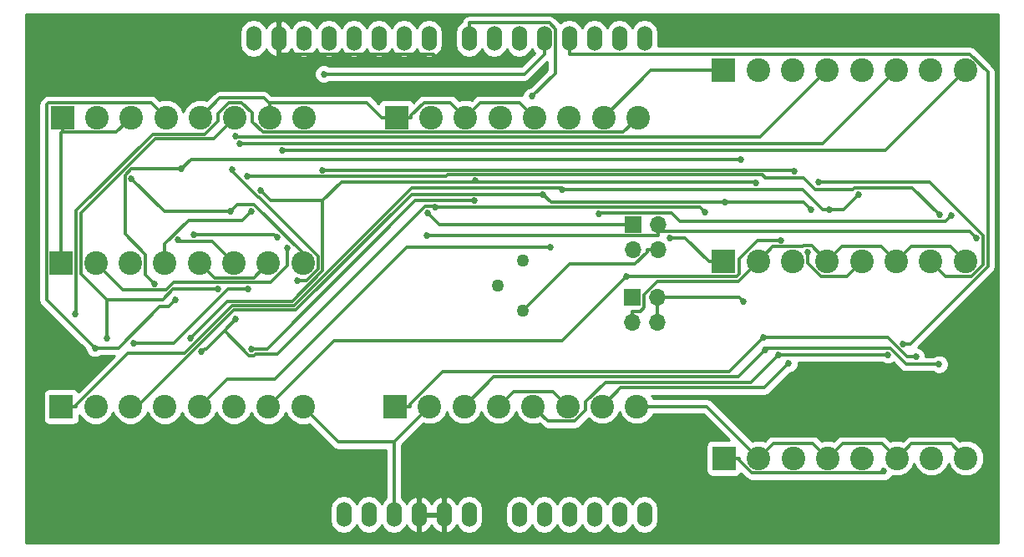
<source format=gbr>
G04 #@! TF.FileFunction,Copper,L1,Top,Signal*
%FSLAX46Y46*%
G04 Gerber Fmt 4.6, Leading zero omitted, Abs format (unit mm)*
G04 Created by KiCad (PCBNEW 4.0.6) date Tue Oct  9 15:10:24 2018*
%MOMM*%
%LPD*%
G01*
G04 APERTURE LIST*
%ADD10C,0.100000*%
%ADD11O,1.524000X2.540000*%
%ADD12C,2.400000*%
%ADD13R,2.400000X2.400000*%
%ADD14R,1.700000X1.700000*%
%ADD15O,1.700000X1.700000*%
%ADD16C,1.260000*%
%ADD17C,0.685800*%
%ADD18C,0.300000*%
%ADD19C,0.254000*%
G04 APERTURE END LIST*
D10*
D11*
X163830000Y-125560000D03*
X161290000Y-125560000D03*
X158750000Y-125560000D03*
X151130000Y-125560000D03*
X153670000Y-125560000D03*
X156210000Y-125560000D03*
X146050000Y-125560000D03*
X143510000Y-125560000D03*
X140970000Y-125560000D03*
X135890000Y-125560000D03*
X133350000Y-125560000D03*
X163830000Y-77300000D03*
X161290000Y-77300000D03*
X158750000Y-77300000D03*
X156210000Y-77300000D03*
X153670000Y-77300000D03*
X151130000Y-77300000D03*
X148590000Y-77300000D03*
X146050000Y-77300000D03*
X141986000Y-77300000D03*
X139446000Y-77300000D03*
X136906000Y-77300000D03*
X134366000Y-77300000D03*
X131826000Y-77300000D03*
X129286000Y-77300000D03*
X126746000Y-77300000D03*
X124206000Y-77300000D03*
X138430000Y-125560000D03*
D12*
X145540000Y-114600000D03*
X142040000Y-114600000D03*
X149040000Y-114600000D03*
X152540000Y-114600000D03*
X156040000Y-114600000D03*
X159540000Y-114600000D03*
D13*
X138540000Y-114600000D03*
D12*
X163040000Y-114600000D03*
X178890000Y-119860000D03*
X175390000Y-119860000D03*
X182390000Y-119860000D03*
X185890000Y-119860000D03*
X189390000Y-119860000D03*
X192890000Y-119860000D03*
D13*
X171890000Y-119860000D03*
D12*
X196390000Y-119860000D03*
X145670000Y-85310000D03*
X142170000Y-85310000D03*
X149170000Y-85310000D03*
X152670000Y-85310000D03*
X156170000Y-85310000D03*
X159670000Y-85310000D03*
D13*
X138670000Y-85310000D03*
D12*
X163170000Y-85310000D03*
X111800000Y-85310000D03*
X108300000Y-85310000D03*
X115300000Y-85310000D03*
X118800000Y-85310000D03*
X122300000Y-85310000D03*
X125800000Y-85310000D03*
D13*
X104800000Y-85310000D03*
D12*
X129300000Y-85310000D03*
X178840000Y-80540000D03*
X175340000Y-80540000D03*
X182340000Y-80540000D03*
X185840000Y-80540000D03*
X189340000Y-80540000D03*
X192840000Y-80540000D03*
D13*
X171840000Y-80540000D03*
D12*
X196340000Y-80540000D03*
X111710000Y-100060000D03*
X108210000Y-100060000D03*
X115210000Y-100060000D03*
X118710000Y-100060000D03*
X122210000Y-100060000D03*
X125710000Y-100060000D03*
D13*
X104710000Y-100060000D03*
D12*
X129210000Y-100060000D03*
X111710000Y-114640000D03*
X108210000Y-114640000D03*
X115210000Y-114640000D03*
X118710000Y-114640000D03*
X122210000Y-114640000D03*
X125710000Y-114640000D03*
D13*
X104710000Y-114640000D03*
D12*
X129210000Y-114640000D03*
X178840000Y-99920000D03*
X175340000Y-99920000D03*
X182340000Y-99920000D03*
X185840000Y-99920000D03*
X189340000Y-99920000D03*
X192840000Y-99920000D03*
D13*
X171840000Y-99920000D03*
D12*
X196340000Y-99920000D03*
D14*
X162620000Y-103560000D03*
D15*
X165160000Y-103560000D03*
X162620000Y-106100000D03*
X165160000Y-106100000D03*
D14*
X162700000Y-96160000D03*
D15*
X165240000Y-96160000D03*
X162700000Y-98700000D03*
X165240000Y-98700000D03*
D16*
X151500000Y-99850000D03*
X148960000Y-102390000D03*
X151500000Y-104930000D03*
D17*
X142886300Y-79330300D03*
X149426700Y-79752400D03*
X118170800Y-97194800D03*
X126567800Y-97483600D03*
X152423200Y-83179700D03*
X116906100Y-90524000D03*
X173828200Y-103958400D03*
X114168200Y-102145200D03*
X173580300Y-89533300D03*
X141831600Y-94986700D03*
X141737100Y-97312700D03*
X197475500Y-97549600D03*
X188100700Y-121183600D03*
X193672000Y-110328900D03*
X176011900Y-108877100D03*
X177371100Y-109359200D03*
X188454400Y-109359200D03*
X178428900Y-110266900D03*
X175916700Y-107611400D03*
X191348300Y-109560300D03*
X153509800Y-93088200D03*
X172017000Y-93920900D03*
X180668300Y-94639400D03*
X154254800Y-98451600D03*
X177626700Y-97771400D03*
X162011400Y-101442800D03*
X155490900Y-92635500D03*
X185525600Y-93093600D03*
X182542900Y-94632700D03*
X180342800Y-98985100D03*
X181507000Y-91899800D03*
X166392800Y-97532000D03*
X127620200Y-98582100D03*
X123994400Y-94783300D03*
X116553900Y-97721200D03*
X121820600Y-94828600D03*
X111818200Y-91503500D03*
X122395200Y-87164200D03*
X122829900Y-87960100D03*
X127114300Y-88614300D03*
X123994200Y-108784900D03*
X146597300Y-93750600D03*
X106119900Y-105236000D03*
X108106300Y-108699700D03*
X116252400Y-103826100D03*
X109370700Y-107679100D03*
X120596100Y-102727700D03*
X112035200Y-108195700D03*
X123655000Y-102705800D03*
X142635000Y-94412800D03*
X118912300Y-109080900D03*
X169920000Y-94906500D03*
X122404900Y-105764900D03*
X117797100Y-107677000D03*
X146660600Y-91730000D03*
X124898300Y-92714000D03*
X175135700Y-91933300D03*
X190051900Y-108286000D03*
X131302200Y-80895100D03*
X131163900Y-90631700D03*
X179032300Y-90731000D03*
X128659500Y-101823300D03*
X122066000Y-90584900D03*
X159180700Y-95115100D03*
X194903200Y-95280600D03*
X123542800Y-91281800D03*
X193766600Y-95198800D03*
D18*
X142428700Y-78872700D02*
X142886300Y-79330300D01*
X126746000Y-78872700D02*
X142428700Y-78872700D01*
X126746000Y-77300000D02*
X126746000Y-78872700D01*
X149004600Y-79330300D02*
X149426700Y-79752400D01*
X142886300Y-79330300D02*
X149004600Y-79330300D01*
X126279000Y-97194800D02*
X126567800Y-97483600D01*
X118170800Y-97194800D02*
X126279000Y-97194800D01*
X146050000Y-77300000D02*
X146050000Y-75727300D01*
X154173400Y-75727300D02*
X146050000Y-75727300D01*
X154772200Y-76326100D02*
X154173400Y-75727300D01*
X154772200Y-80830700D02*
X154772200Y-76326100D01*
X152423200Y-83179700D02*
X154772200Y-80830700D01*
X165160000Y-106100000D02*
X165160000Y-104947300D01*
X165160000Y-103560000D02*
X165160000Y-104947300D01*
X173429800Y-103560000D02*
X173828200Y-103958400D01*
X165160000Y-103560000D02*
X173429800Y-103560000D01*
X111822600Y-90524000D02*
X116906100Y-90524000D01*
X111153000Y-91193600D02*
X111822600Y-90524000D01*
X111153000Y-97114600D02*
X111153000Y-91193600D01*
X113264600Y-99226200D02*
X111153000Y-97114600D01*
X113264600Y-101241600D02*
X113264600Y-99226200D01*
X114168200Y-102145200D02*
X113264600Y-101241600D01*
X117896800Y-89533300D02*
X173580300Y-89533300D01*
X116906100Y-90524000D02*
X117896800Y-89533300D01*
X138670000Y-85310000D02*
X140172700Y-85310000D01*
X144165000Y-83805000D02*
X145670000Y-85310000D01*
X141489900Y-83805000D02*
X144165000Y-83805000D01*
X140172700Y-85122200D02*
X141489900Y-83805000D01*
X140172700Y-85310000D02*
X140172700Y-85122200D01*
X138670000Y-85310000D02*
X137167300Y-85310000D01*
X125800000Y-85310000D02*
X125800000Y-83921700D01*
X135664600Y-83807300D02*
X137167300Y-85310000D01*
X125914400Y-83807300D02*
X135664600Y-83807300D01*
X125800000Y-83921700D02*
X125914400Y-83807300D01*
X147172800Y-83807200D02*
X145670000Y-85310000D01*
X151167200Y-83807200D02*
X147172800Y-83807200D01*
X152670000Y-85310000D02*
X151167200Y-83807200D01*
X190845200Y-98414800D02*
X189340000Y-99920000D01*
X194834800Y-98414800D02*
X190845200Y-98414800D01*
X196340000Y-99920000D02*
X194834800Y-98414800D01*
X190892800Y-118357200D02*
X189390000Y-119860000D01*
X194887200Y-118357200D02*
X190892800Y-118357200D01*
X196390000Y-119860000D02*
X194887200Y-118357200D01*
X183892800Y-118357200D02*
X182390000Y-119860000D01*
X187887200Y-118357200D02*
X183892800Y-118357200D01*
X189390000Y-119860000D02*
X187887200Y-118357200D01*
X176892800Y-118357200D02*
X175390000Y-119860000D01*
X180887200Y-118357200D02*
X176892800Y-118357200D01*
X182390000Y-119860000D02*
X180887200Y-118357200D01*
X104710000Y-86902700D02*
X104800000Y-86812700D01*
X104710000Y-100060000D02*
X104710000Y-86902700D01*
X104800000Y-85310000D02*
X104800000Y-86812700D01*
X110297300Y-86812700D02*
X104800000Y-86812700D01*
X111800000Y-85310000D02*
X110297300Y-86812700D01*
X132780000Y-118210000D02*
X138430000Y-118210000D01*
X129210000Y-114640000D02*
X132780000Y-118210000D01*
X142040000Y-114600000D02*
X138430000Y-118210000D01*
X138430000Y-118210000D02*
X138430000Y-125560000D01*
X183842800Y-98417200D02*
X182340000Y-99920000D01*
X187837200Y-98417200D02*
X183842800Y-98417200D01*
X189340000Y-99920000D02*
X187837200Y-98417200D01*
X150550500Y-113089500D02*
X149040000Y-114600000D01*
X154529500Y-113089500D02*
X150550500Y-113089500D01*
X156040000Y-114600000D02*
X154529500Y-113089500D01*
X173307600Y-101952400D02*
X175340000Y-99920000D01*
X165108300Y-101952400D02*
X173307600Y-101952400D01*
X163772700Y-103288000D02*
X165108300Y-101952400D01*
X163772700Y-104587100D02*
X163772700Y-103288000D01*
X163412500Y-104947300D02*
X163772700Y-104587100D01*
X162620000Y-104947300D02*
X163412500Y-104947300D01*
X162620000Y-106100000D02*
X162620000Y-104947300D01*
X164440000Y-80540000D02*
X171840000Y-80540000D01*
X159670000Y-85310000D02*
X164440000Y-80540000D01*
X120777600Y-83332400D02*
X118800000Y-85310000D01*
X125210700Y-83332400D02*
X120777600Y-83332400D01*
X125800000Y-83921700D02*
X125210700Y-83332400D01*
X176842800Y-98417200D02*
X175340000Y-99920000D01*
X179817900Y-98417200D02*
X176842800Y-98417200D01*
X179901700Y-98333400D02*
X179817900Y-98417200D01*
X180753400Y-98333400D02*
X179901700Y-98333400D01*
X182340000Y-99920000D02*
X180753400Y-98333400D01*
X170130000Y-114600000D02*
X175390000Y-119860000D01*
X163040000Y-114600000D02*
X170130000Y-114600000D01*
X124194300Y-101575700D02*
X125710000Y-100060000D01*
X120225700Y-101575700D02*
X124194300Y-101575700D01*
X118710000Y-100060000D02*
X120225700Y-101575700D01*
X162700000Y-96160000D02*
X161547300Y-96160000D01*
X143004900Y-96160000D02*
X161547300Y-96160000D01*
X141831600Y-94986700D02*
X143004900Y-96160000D01*
X165240000Y-97312700D02*
X141737100Y-97312700D01*
X165240000Y-96160000D02*
X165240000Y-96859800D01*
X165240000Y-96859800D02*
X165240000Y-97312700D01*
X196785700Y-96859800D02*
X197475500Y-97549600D01*
X165240000Y-96859800D02*
X196785700Y-96859800D01*
X165240000Y-98700000D02*
X164087300Y-98700000D01*
X156244300Y-100185700D02*
X151500000Y-104930000D01*
X162844600Y-100185700D02*
X156244300Y-100185700D01*
X164087300Y-98943000D02*
X162844600Y-100185700D01*
X164087300Y-98700000D02*
X164087300Y-98943000D01*
X171890000Y-119860000D02*
X173392700Y-119860000D01*
X173392700Y-120048000D02*
X173392700Y-119860000D01*
X174707400Y-121362700D02*
X173392700Y-120048000D01*
X187921600Y-121362700D02*
X174707400Y-121362700D01*
X188100700Y-121183600D02*
X187921600Y-121362700D01*
X148571300Y-111568700D02*
X145540000Y-114600000D01*
X173320300Y-111568700D02*
X148571300Y-111568700D01*
X176011900Y-108877100D02*
X173320300Y-111568700D01*
X190344300Y-110328900D02*
X193672000Y-110328900D01*
X188729000Y-108713600D02*
X190344300Y-110328900D01*
X176175400Y-108713600D02*
X188729000Y-108713600D01*
X176011900Y-108877100D02*
X176175400Y-108713600D01*
X154042800Y-116102800D02*
X152540000Y-114600000D01*
X156747400Y-116102800D02*
X154042800Y-116102800D01*
X157845000Y-115005200D02*
X156747400Y-116102800D01*
X157845000Y-114151200D02*
X157845000Y-115005200D01*
X159854700Y-112141500D02*
X157845000Y-114151200D01*
X174588800Y-112141500D02*
X159854700Y-112141500D01*
X177371100Y-109359200D02*
X174588800Y-112141500D01*
X177371100Y-109359200D02*
X188454400Y-109359200D01*
X161427100Y-112712900D02*
X159540000Y-114600000D01*
X175982900Y-112712900D02*
X161427100Y-112712900D01*
X178428900Y-110266900D02*
X175982900Y-112712900D01*
X138540000Y-114600000D02*
X140042700Y-114600000D01*
X172412200Y-111115900D02*
X175916700Y-107611400D01*
X143339000Y-111115900D02*
X172412200Y-111115900D01*
X140042700Y-114412200D02*
X143339000Y-111115900D01*
X140042700Y-114600000D02*
X140042700Y-114412200D01*
X190413200Y-109560300D02*
X191348300Y-109560300D01*
X188464300Y-107611400D02*
X190413200Y-109560300D01*
X175916700Y-107611400D02*
X188464300Y-107611400D01*
X179949800Y-93920900D02*
X180668300Y-94639400D01*
X172017000Y-93920900D02*
X179949800Y-93920900D01*
X154342500Y-93920900D02*
X153509800Y-93088200D01*
X172017000Y-93920900D02*
X154342500Y-93920900D01*
X140227900Y-93088200D02*
X153509800Y-93088200D01*
X128469000Y-104847100D02*
X140227900Y-93088200D01*
X122208700Y-104847100D02*
X128469000Y-104847100D01*
X112415800Y-114640000D02*
X122208700Y-104847100D01*
X111710000Y-114640000D02*
X112415800Y-114640000D01*
X139746700Y-98451600D02*
X154254800Y-98451600D01*
X126335800Y-111862500D02*
X139746700Y-98451600D01*
X121487500Y-111862500D02*
X126335800Y-111862500D01*
X118710000Y-114640000D02*
X121487500Y-111862500D01*
X155473400Y-107980800D02*
X162011400Y-101442800D01*
X132369200Y-107980800D02*
X155473400Y-107980800D01*
X125710000Y-114640000D02*
X132369200Y-107980800D01*
X175314800Y-97771400D02*
X177626700Y-97771400D01*
X173429900Y-99656300D02*
X175314800Y-97771400D01*
X173429900Y-101189800D02*
X173429900Y-99656300D01*
X173176900Y-101442800D02*
X173429900Y-101189800D01*
X162011400Y-101442800D02*
X173176900Y-101442800D01*
X104710000Y-114640000D02*
X106212700Y-114640000D01*
X183986500Y-94632700D02*
X182542900Y-94632700D01*
X185525600Y-93093600D02*
X183986500Y-94632700D01*
X181875900Y-94632700D02*
X182542900Y-94632700D01*
X179878700Y-92635500D02*
X181875900Y-94632700D01*
X155490900Y-92635500D02*
X179878700Y-92635500D01*
X155297900Y-92442500D02*
X155490900Y-92635500D01*
X140233400Y-92442500D02*
X155297900Y-92442500D01*
X128281500Y-104394400D02*
X140233400Y-92442500D01*
X122015000Y-104394400D02*
X128281500Y-104394400D01*
X117166500Y-109242900D02*
X122015000Y-104394400D01*
X111469700Y-109242900D02*
X117166500Y-109242900D01*
X106212700Y-114499900D02*
X111469700Y-109242900D01*
X106212700Y-114640000D02*
X106212700Y-114499900D01*
X184312500Y-101447500D02*
X185840000Y-99920000D01*
X181687500Y-101447500D02*
X184312500Y-101447500D01*
X180342800Y-100102800D02*
X181687500Y-101447500D01*
X180342800Y-98985100D02*
X180342800Y-100102800D01*
X192761300Y-91899800D02*
X181507000Y-91899800D01*
X198178600Y-97317100D02*
X192761300Y-91899800D01*
X198178600Y-100206600D02*
X198178600Y-97317100D01*
X196951000Y-101434200D02*
X198178600Y-100206600D01*
X194354200Y-101434200D02*
X196951000Y-101434200D01*
X192840000Y-99920000D02*
X194354200Y-101434200D01*
X171840000Y-99920000D02*
X170337300Y-99920000D01*
X167949300Y-97532000D02*
X166392800Y-97532000D01*
X170337300Y-99920000D02*
X167949300Y-97532000D01*
X127620200Y-100348800D02*
X127620200Y-98582100D01*
X125940500Y-102028500D02*
X127620200Y-100348800D01*
X116098000Y-102028500D02*
X125940500Y-102028500D01*
X115324500Y-102802000D02*
X116098000Y-102028500D01*
X110952000Y-102802000D02*
X115324500Y-102802000D01*
X108210000Y-100060000D02*
X110952000Y-102802000D01*
X123030100Y-95747600D02*
X123994400Y-94783300D01*
X117585700Y-95747600D02*
X123030100Y-95747600D01*
X115210000Y-98123300D02*
X117585700Y-95747600D01*
X115210000Y-100060000D02*
X115210000Y-98123300D01*
X119990400Y-97840400D02*
X122210000Y-100060000D01*
X116673100Y-97840400D02*
X119990400Y-97840400D01*
X116553900Y-97721200D02*
X116673100Y-97840400D01*
X115143300Y-94828600D02*
X111818200Y-91503500D01*
X121820600Y-94828600D02*
X115143300Y-94828600D01*
X129210000Y-99046800D02*
X129210000Y-100060000D01*
X124266000Y-94102800D02*
X129210000Y-99046800D01*
X122546400Y-94102800D02*
X124266000Y-94102800D01*
X121820600Y-94828600D02*
X122546400Y-94102800D01*
X122536700Y-87305700D02*
X122395200Y-87164200D01*
X175574300Y-87305700D02*
X122536700Y-87305700D01*
X182340000Y-80540000D02*
X175574300Y-87305700D01*
X181919900Y-87960100D02*
X122829900Y-87960100D01*
X189340000Y-80540000D02*
X181919900Y-87960100D01*
X188265700Y-88614300D02*
X196340000Y-80540000D01*
X127114300Y-88614300D02*
X188265700Y-88614300D01*
X140590500Y-93750600D02*
X146597300Y-93750600D01*
X125556200Y-108784900D02*
X140590500Y-93750600D01*
X123994200Y-108784900D02*
X125556200Y-108784900D01*
X106212800Y-105143100D02*
X106119900Y-105236000D01*
X106212800Y-94764000D02*
X106212800Y-105143100D01*
X113954000Y-87022800D02*
X106212800Y-94764000D01*
X119212500Y-87022800D02*
X113954000Y-87022800D01*
X120550000Y-85685300D02*
X119212500Y-87022800D01*
X120550000Y-84901500D02*
X120550000Y-85685300D01*
X121666400Y-83785100D02*
X120550000Y-84901500D01*
X122964000Y-83785100D02*
X121666400Y-83785100D01*
X124050000Y-84871100D02*
X122964000Y-83785100D01*
X124050000Y-85732400D02*
X124050000Y-84871100D01*
X125130400Y-86812800D02*
X124050000Y-85732400D01*
X161667200Y-86812800D02*
X125130400Y-86812800D01*
X163170000Y-85310000D02*
X161667200Y-86812800D01*
X113786800Y-83796800D02*
X115300000Y-85310000D01*
X103414700Y-83796800D02*
X113786800Y-83796800D01*
X103207200Y-84004300D02*
X103414700Y-83796800D01*
X103207200Y-103800600D02*
X103207200Y-84004300D01*
X108106300Y-108699700D02*
X103207200Y-103800600D01*
X115594900Y-104483600D02*
X116252400Y-103826100D01*
X114692700Y-104483600D02*
X115594900Y-104483600D01*
X110476600Y-108699700D02*
X114692700Y-104483600D01*
X108106300Y-108699700D02*
X110476600Y-108699700D01*
X109370700Y-103804700D02*
X109370700Y-107679100D01*
X120134500Y-87475500D02*
X122300000Y-85310000D01*
X114212400Y-87475500D02*
X120134500Y-87475500D01*
X106696100Y-94991800D02*
X114212400Y-87475500D01*
X106696100Y-101130100D02*
X106696100Y-94991800D01*
X109370700Y-103804700D02*
X106696100Y-101130100D01*
X116039000Y-102727700D02*
X120596100Y-102727700D01*
X114962000Y-103804700D02*
X116039000Y-102727700D01*
X109370700Y-103804700D02*
X114962000Y-103804700D01*
X116113200Y-108195700D02*
X112035200Y-108195700D01*
X121603100Y-102705800D02*
X116113200Y-108195700D01*
X123655000Y-102705800D02*
X121603100Y-102705800D01*
X169426300Y-94412800D02*
X169920000Y-94906500D01*
X142635000Y-94412800D02*
X169426300Y-94412800D01*
X142538500Y-94316300D02*
X142635000Y-94412800D01*
X141576700Y-94316300D02*
X142538500Y-94316300D01*
X126623900Y-109269100D02*
X141576700Y-94316300D01*
X124423100Y-109269100D02*
X126623900Y-109269100D01*
X124261700Y-109430500D02*
X124423100Y-109269100D01*
X123726800Y-109430500D02*
X124261700Y-109430500D01*
X121233100Y-106936700D02*
X123726800Y-109430500D01*
X119412500Y-108757300D02*
X121233100Y-106936700D01*
X119235900Y-108757300D02*
X119412500Y-108757300D01*
X118912300Y-109080900D02*
X119235900Y-108757300D01*
X121233100Y-106936700D02*
X122404900Y-105764900D01*
X125921700Y-93737400D02*
X124898300Y-92714000D01*
X131196300Y-93737400D02*
X125921700Y-93737400D01*
X131196300Y-100839500D02*
X131196300Y-93737400D01*
X128094100Y-103941700D02*
X131196300Y-100839500D01*
X121532400Y-103941700D02*
X128094100Y-103941700D01*
X117797100Y-107677000D02*
X121532400Y-103941700D01*
X175056800Y-91854400D02*
X175135700Y-91933300D01*
X146660600Y-91854400D02*
X175056800Y-91854400D01*
X133079300Y-91854400D02*
X146660600Y-91854400D01*
X131196300Y-93737400D02*
X133079300Y-91854400D01*
X146660600Y-91854400D02*
X146660600Y-91730000D01*
X190763400Y-108286000D02*
X190051900Y-108286000D01*
X198643600Y-100405800D02*
X190763400Y-108286000D01*
X198643600Y-80716700D02*
X198643600Y-100405800D01*
X196799600Y-78872700D02*
X198643600Y-80716700D01*
X156210000Y-78872700D02*
X196799600Y-78872700D01*
X156210000Y-77300000D02*
X156210000Y-78872700D01*
X153670000Y-77300000D02*
X153670000Y-78872700D01*
X151647600Y-80895100D02*
X131302200Y-80895100D01*
X153670000Y-78872700D02*
X151647600Y-80895100D01*
X178933000Y-90631700D02*
X131163900Y-90631700D01*
X179032300Y-90731000D02*
X178933000Y-90631700D01*
X129572300Y-101823300D02*
X128659500Y-101823300D01*
X130743600Y-100652000D02*
X129572300Y-101823300D01*
X130743600Y-99381500D02*
X130743600Y-100652000D01*
X124721700Y-93359600D02*
X130743600Y-99381500D01*
X124630900Y-93359600D02*
X124721700Y-93359600D01*
X122066000Y-90794700D02*
X124630900Y-93359600D01*
X122066000Y-90584900D02*
X122066000Y-90794700D01*
X194339400Y-95844400D02*
X194903200Y-95280600D01*
X167385800Y-95844400D02*
X194339400Y-95844400D01*
X166531700Y-94990300D02*
X167385800Y-95844400D01*
X159305500Y-94990300D02*
X166531700Y-94990300D01*
X159180700Y-95115100D02*
X159305500Y-94990300D01*
X143674200Y-91281800D02*
X123542800Y-91281800D01*
X143871600Y-91084400D02*
X143674200Y-91281800D01*
X175761000Y-91084400D02*
X143871600Y-91084400D01*
X176073100Y-91396500D02*
X175761000Y-91084400D01*
X179899600Y-91396500D02*
X176073100Y-91396500D01*
X181101100Y-92598000D02*
X179899600Y-91396500D01*
X184956300Y-92598000D02*
X181101100Y-92598000D01*
X185140400Y-92413900D02*
X184956300Y-92598000D01*
X190981700Y-92413900D02*
X185140400Y-92413900D01*
X193766600Y-95198800D02*
X190981700Y-92413900D01*
D19*
G36*
X199670000Y-128400000D02*
X101090000Y-128400000D01*
X101090000Y-84004300D01*
X102422200Y-84004300D01*
X102422200Y-103800600D01*
X102481955Y-104101007D01*
X102652121Y-104355679D01*
X107128285Y-108831843D01*
X107128231Y-108893363D01*
X107276793Y-109252912D01*
X107551641Y-109528240D01*
X107910930Y-109677430D01*
X108299963Y-109677769D01*
X108659512Y-109529207D01*
X108704097Y-109484700D01*
X110117742Y-109484700D01*
X106467978Y-113134464D01*
X106374090Y-112988559D01*
X106161890Y-112843569D01*
X105910000Y-112792560D01*
X103510000Y-112792560D01*
X103274683Y-112836838D01*
X103058559Y-112975910D01*
X102913569Y-113188110D01*
X102862560Y-113440000D01*
X102862560Y-115840000D01*
X102906838Y-116075317D01*
X103045910Y-116291441D01*
X103258110Y-116436431D01*
X103510000Y-116487440D01*
X105910000Y-116487440D01*
X106145317Y-116443162D01*
X106361441Y-116304090D01*
X106506431Y-116091890D01*
X106557440Y-115840000D01*
X106557440Y-115445712D01*
X106653455Y-115678086D01*
X107169199Y-116194730D01*
X107843395Y-116474681D01*
X108573403Y-116475318D01*
X109248086Y-116196545D01*
X109764730Y-115680801D01*
X109960135Y-115210215D01*
X110153455Y-115678086D01*
X110669199Y-116194730D01*
X111343395Y-116474681D01*
X112073403Y-116475318D01*
X112748086Y-116196545D01*
X113264730Y-115680801D01*
X113460135Y-115210215D01*
X113653455Y-115678086D01*
X114169199Y-116194730D01*
X114843395Y-116474681D01*
X115573403Y-116475318D01*
X116248086Y-116196545D01*
X116764730Y-115680801D01*
X116960135Y-115210215D01*
X117153455Y-115678086D01*
X117669199Y-116194730D01*
X118343395Y-116474681D01*
X119073403Y-116475318D01*
X119748086Y-116196545D01*
X120264730Y-115680801D01*
X120460135Y-115210215D01*
X120653455Y-115678086D01*
X121169199Y-116194730D01*
X121843395Y-116474681D01*
X122573403Y-116475318D01*
X123248086Y-116196545D01*
X123764730Y-115680801D01*
X123960135Y-115210215D01*
X124153455Y-115678086D01*
X124669199Y-116194730D01*
X125343395Y-116474681D01*
X126073403Y-116475318D01*
X126748086Y-116196545D01*
X127264730Y-115680801D01*
X127460135Y-115210215D01*
X127653455Y-115678086D01*
X128169199Y-116194730D01*
X128843395Y-116474681D01*
X129573403Y-116475318D01*
X129829389Y-116369547D01*
X132224921Y-118765079D01*
X132479594Y-118935245D01*
X132780000Y-118995000D01*
X137645000Y-118995000D01*
X137645000Y-123891325D01*
X137442172Y-124026851D01*
X137160000Y-124449150D01*
X136877828Y-124026851D01*
X136424609Y-123724019D01*
X135890000Y-123617679D01*
X135355391Y-123724019D01*
X134902172Y-124026851D01*
X134620000Y-124449150D01*
X134337828Y-124026851D01*
X133884609Y-123724019D01*
X133350000Y-123617679D01*
X132815391Y-123724019D01*
X132362172Y-124026851D01*
X132059340Y-124480070D01*
X131953000Y-125014679D01*
X131953000Y-126105321D01*
X132059340Y-126639930D01*
X132362172Y-127093149D01*
X132815391Y-127395981D01*
X133350000Y-127502321D01*
X133884609Y-127395981D01*
X134337828Y-127093149D01*
X134620000Y-126670850D01*
X134902172Y-127093149D01*
X135355391Y-127395981D01*
X135890000Y-127502321D01*
X136424609Y-127395981D01*
X136877828Y-127093149D01*
X137160000Y-126670850D01*
X137442172Y-127093149D01*
X137895391Y-127395981D01*
X138430000Y-127502321D01*
X138964609Y-127395981D01*
X139417828Y-127093149D01*
X139709330Y-126656887D01*
X139727941Y-126719941D01*
X140071974Y-127145630D01*
X140552723Y-127407260D01*
X140626930Y-127422220D01*
X140843000Y-127299720D01*
X140843000Y-125687000D01*
X141097000Y-125687000D01*
X141097000Y-127299720D01*
X141313070Y-127422220D01*
X141387277Y-127407260D01*
X141868026Y-127145630D01*
X142212059Y-126719941D01*
X142240000Y-126625277D01*
X142267941Y-126719941D01*
X142611974Y-127145630D01*
X143092723Y-127407260D01*
X143166930Y-127422220D01*
X143383000Y-127299720D01*
X143383000Y-125687000D01*
X141097000Y-125687000D01*
X140843000Y-125687000D01*
X140823000Y-125687000D01*
X140823000Y-125433000D01*
X140843000Y-125433000D01*
X140843000Y-123820280D01*
X141097000Y-123820280D01*
X141097000Y-125433000D01*
X143383000Y-125433000D01*
X143383000Y-123820280D01*
X143637000Y-123820280D01*
X143637000Y-125433000D01*
X143657000Y-125433000D01*
X143657000Y-125687000D01*
X143637000Y-125687000D01*
X143637000Y-127299720D01*
X143853070Y-127422220D01*
X143927277Y-127407260D01*
X144408026Y-127145630D01*
X144752059Y-126719941D01*
X144770670Y-126656887D01*
X145062172Y-127093149D01*
X145515391Y-127395981D01*
X146050000Y-127502321D01*
X146584609Y-127395981D01*
X147037828Y-127093149D01*
X147340660Y-126639930D01*
X147447000Y-126105321D01*
X147447000Y-125014679D01*
X149733000Y-125014679D01*
X149733000Y-126105321D01*
X149839340Y-126639930D01*
X150142172Y-127093149D01*
X150595391Y-127395981D01*
X151130000Y-127502321D01*
X151664609Y-127395981D01*
X152117828Y-127093149D01*
X152400000Y-126670850D01*
X152682172Y-127093149D01*
X153135391Y-127395981D01*
X153670000Y-127502321D01*
X154204609Y-127395981D01*
X154657828Y-127093149D01*
X154940000Y-126670850D01*
X155222172Y-127093149D01*
X155675391Y-127395981D01*
X156210000Y-127502321D01*
X156744609Y-127395981D01*
X157197828Y-127093149D01*
X157480000Y-126670850D01*
X157762172Y-127093149D01*
X158215391Y-127395981D01*
X158750000Y-127502321D01*
X159284609Y-127395981D01*
X159737828Y-127093149D01*
X160020000Y-126670850D01*
X160302172Y-127093149D01*
X160755391Y-127395981D01*
X161290000Y-127502321D01*
X161824609Y-127395981D01*
X162277828Y-127093149D01*
X162560000Y-126670850D01*
X162842172Y-127093149D01*
X163295391Y-127395981D01*
X163830000Y-127502321D01*
X164364609Y-127395981D01*
X164817828Y-127093149D01*
X165120660Y-126639930D01*
X165227000Y-126105321D01*
X165227000Y-125014679D01*
X165120660Y-124480070D01*
X164817828Y-124026851D01*
X164364609Y-123724019D01*
X163830000Y-123617679D01*
X163295391Y-123724019D01*
X162842172Y-124026851D01*
X162560000Y-124449150D01*
X162277828Y-124026851D01*
X161824609Y-123724019D01*
X161290000Y-123617679D01*
X160755391Y-123724019D01*
X160302172Y-124026851D01*
X160020000Y-124449150D01*
X159737828Y-124026851D01*
X159284609Y-123724019D01*
X158750000Y-123617679D01*
X158215391Y-123724019D01*
X157762172Y-124026851D01*
X157480000Y-124449150D01*
X157197828Y-124026851D01*
X156744609Y-123724019D01*
X156210000Y-123617679D01*
X155675391Y-123724019D01*
X155222172Y-124026851D01*
X154940000Y-124449150D01*
X154657828Y-124026851D01*
X154204609Y-123724019D01*
X153670000Y-123617679D01*
X153135391Y-123724019D01*
X152682172Y-124026851D01*
X152400000Y-124449150D01*
X152117828Y-124026851D01*
X151664609Y-123724019D01*
X151130000Y-123617679D01*
X150595391Y-123724019D01*
X150142172Y-124026851D01*
X149839340Y-124480070D01*
X149733000Y-125014679D01*
X147447000Y-125014679D01*
X147340660Y-124480070D01*
X147037828Y-124026851D01*
X146584609Y-123724019D01*
X146050000Y-123617679D01*
X145515391Y-123724019D01*
X145062172Y-124026851D01*
X144770670Y-124463113D01*
X144752059Y-124400059D01*
X144408026Y-123974370D01*
X143927277Y-123712740D01*
X143853070Y-123697780D01*
X143637000Y-123820280D01*
X143383000Y-123820280D01*
X143166930Y-123697780D01*
X143092723Y-123712740D01*
X142611974Y-123974370D01*
X142267941Y-124400059D01*
X142240000Y-124494723D01*
X142212059Y-124400059D01*
X141868026Y-123974370D01*
X141387277Y-123712740D01*
X141313070Y-123697780D01*
X141097000Y-123820280D01*
X140843000Y-123820280D01*
X140626930Y-123697780D01*
X140552723Y-123712740D01*
X140071974Y-123974370D01*
X139727941Y-124400059D01*
X139709330Y-124463113D01*
X139417828Y-124026851D01*
X139215000Y-123891325D01*
X139215000Y-118535158D01*
X141420492Y-116329666D01*
X141673395Y-116434681D01*
X142403403Y-116435318D01*
X143078086Y-116156545D01*
X143594730Y-115640801D01*
X143790135Y-115170215D01*
X143983455Y-115638086D01*
X144499199Y-116154730D01*
X145173395Y-116434681D01*
X145903403Y-116435318D01*
X146578086Y-116156545D01*
X147094730Y-115640801D01*
X147290135Y-115170215D01*
X147483455Y-115638086D01*
X147999199Y-116154730D01*
X148673395Y-116434681D01*
X149403403Y-116435318D01*
X150078086Y-116156545D01*
X150594730Y-115640801D01*
X150790135Y-115170215D01*
X150983455Y-115638086D01*
X151499199Y-116154730D01*
X152173395Y-116434681D01*
X152903403Y-116435318D01*
X153159389Y-116329547D01*
X153487721Y-116657879D01*
X153742393Y-116828045D01*
X154042800Y-116887800D01*
X156747400Y-116887800D01*
X157047807Y-116828045D01*
X157302479Y-116657879D01*
X158152716Y-115807642D01*
X158499199Y-116154730D01*
X159173395Y-116434681D01*
X159903403Y-116435318D01*
X160578086Y-116156545D01*
X161094730Y-115640801D01*
X161290135Y-115170215D01*
X161483455Y-115638086D01*
X161999199Y-116154730D01*
X162673395Y-116434681D01*
X163403403Y-116435318D01*
X164078086Y-116156545D01*
X164594730Y-115640801D01*
X164700948Y-115385000D01*
X169804842Y-115385000D01*
X172432402Y-118012560D01*
X170690000Y-118012560D01*
X170454683Y-118056838D01*
X170238559Y-118195910D01*
X170093569Y-118408110D01*
X170042560Y-118660000D01*
X170042560Y-121060000D01*
X170086838Y-121295317D01*
X170225910Y-121511441D01*
X170438110Y-121656431D01*
X170690000Y-121707440D01*
X173090000Y-121707440D01*
X173325317Y-121663162D01*
X173541441Y-121524090D01*
X173629603Y-121395061D01*
X174152321Y-121917779D01*
X174406994Y-122087945D01*
X174707400Y-122147701D01*
X174707405Y-122147700D01*
X187872505Y-122147700D01*
X187905330Y-122161330D01*
X188294363Y-122161669D01*
X188653912Y-122013107D01*
X188929240Y-121738259D01*
X188958521Y-121667743D01*
X189023395Y-121694681D01*
X189753403Y-121695318D01*
X190428086Y-121416545D01*
X190944730Y-120900801D01*
X191140135Y-120430215D01*
X191333455Y-120898086D01*
X191849199Y-121414730D01*
X192523395Y-121694681D01*
X193253403Y-121695318D01*
X193928086Y-121416545D01*
X194444730Y-120900801D01*
X194640135Y-120430215D01*
X194833455Y-120898086D01*
X195349199Y-121414730D01*
X196023395Y-121694681D01*
X196753403Y-121695318D01*
X197428086Y-121416545D01*
X197944730Y-120900801D01*
X198224681Y-120226605D01*
X198225318Y-119496597D01*
X197946545Y-118821914D01*
X197430801Y-118305270D01*
X196756605Y-118025319D01*
X196026597Y-118024682D01*
X195770611Y-118130453D01*
X195442279Y-117802121D01*
X195187607Y-117631955D01*
X194887200Y-117572200D01*
X190892800Y-117572200D01*
X190592393Y-117631955D01*
X190337721Y-117802121D01*
X190009508Y-118130334D01*
X189756605Y-118025319D01*
X189026597Y-118024682D01*
X188770611Y-118130453D01*
X188442279Y-117802121D01*
X188187607Y-117631955D01*
X187887200Y-117572200D01*
X183892800Y-117572200D01*
X183592393Y-117631955D01*
X183337721Y-117802121D01*
X183009508Y-118130334D01*
X182756605Y-118025319D01*
X182026597Y-118024682D01*
X181770611Y-118130453D01*
X181442279Y-117802121D01*
X181187607Y-117631955D01*
X180887200Y-117572200D01*
X176892800Y-117572200D01*
X176592393Y-117631955D01*
X176337721Y-117802121D01*
X176009508Y-118130334D01*
X175756605Y-118025319D01*
X175026597Y-118024682D01*
X174770611Y-118130453D01*
X170685079Y-114044921D01*
X170430407Y-113874755D01*
X170130000Y-113815000D01*
X164701118Y-113815000D01*
X164596545Y-113561914D01*
X164532643Y-113497900D01*
X175982900Y-113497900D01*
X176283307Y-113438145D01*
X176537979Y-113267979D01*
X178561043Y-111244915D01*
X178622563Y-111244969D01*
X178982112Y-111096407D01*
X179257440Y-110821559D01*
X179406630Y-110462270D01*
X179406907Y-110144200D01*
X187856277Y-110144200D01*
X187899741Y-110187740D01*
X188259030Y-110336930D01*
X188648063Y-110337269D01*
X189007612Y-110188707D01*
X189050818Y-110145576D01*
X189789221Y-110883979D01*
X190043893Y-111054145D01*
X190344300Y-111113900D01*
X193073877Y-111113900D01*
X193117341Y-111157440D01*
X193476630Y-111306630D01*
X193865663Y-111306969D01*
X194225212Y-111158407D01*
X194500540Y-110883559D01*
X194649730Y-110524270D01*
X194650069Y-110135237D01*
X194501507Y-109775688D01*
X194226659Y-109500360D01*
X193867370Y-109351170D01*
X193478337Y-109350831D01*
X193118788Y-109499393D01*
X193074203Y-109543900D01*
X192326215Y-109543900D01*
X192326369Y-109366637D01*
X192177807Y-109007088D01*
X191902959Y-108731760D01*
X191567212Y-108592346D01*
X199198679Y-100960879D01*
X199368845Y-100706206D01*
X199428600Y-100405800D01*
X199428600Y-80716700D01*
X199368845Y-80416294D01*
X199198679Y-80161621D01*
X197354679Y-78317621D01*
X197100007Y-78147455D01*
X196799600Y-78087700D01*
X165178788Y-78087700D01*
X165227000Y-77845321D01*
X165227000Y-76754679D01*
X165120660Y-76220070D01*
X164817828Y-75766851D01*
X164364609Y-75464019D01*
X163830000Y-75357679D01*
X163295391Y-75464019D01*
X162842172Y-75766851D01*
X162560000Y-76189150D01*
X162277828Y-75766851D01*
X161824609Y-75464019D01*
X161290000Y-75357679D01*
X160755391Y-75464019D01*
X160302172Y-75766851D01*
X160020000Y-76189150D01*
X159737828Y-75766851D01*
X159284609Y-75464019D01*
X158750000Y-75357679D01*
X158215391Y-75464019D01*
X157762172Y-75766851D01*
X157480000Y-76189150D01*
X157197828Y-75766851D01*
X156744609Y-75464019D01*
X156210000Y-75357679D01*
X155675391Y-75464019D01*
X155282679Y-75726421D01*
X154728479Y-75172221D01*
X154473807Y-75002055D01*
X154173400Y-74942300D01*
X146050000Y-74942300D01*
X145749594Y-75002055D01*
X145494921Y-75172221D01*
X145324755Y-75426894D01*
X145287017Y-75616614D01*
X145062172Y-75766851D01*
X144759340Y-76220070D01*
X144653000Y-76754679D01*
X144653000Y-77845321D01*
X144759340Y-78379930D01*
X145062172Y-78833149D01*
X145515391Y-79135981D01*
X146050000Y-79242321D01*
X146584609Y-79135981D01*
X147037828Y-78833149D01*
X147320000Y-78410850D01*
X147602172Y-78833149D01*
X148055391Y-79135981D01*
X148590000Y-79242321D01*
X149124609Y-79135981D01*
X149577828Y-78833149D01*
X149860000Y-78410850D01*
X150142172Y-78833149D01*
X150595391Y-79135981D01*
X151130000Y-79242321D01*
X151664609Y-79135981D01*
X152117828Y-78833149D01*
X152400000Y-78410850D01*
X152649016Y-78783527D01*
X151322442Y-80110100D01*
X131900323Y-80110100D01*
X131856859Y-80066560D01*
X131497570Y-79917370D01*
X131108537Y-79917031D01*
X130748988Y-80065593D01*
X130473660Y-80340441D01*
X130324470Y-80699730D01*
X130324131Y-81088763D01*
X130472693Y-81448312D01*
X130747541Y-81723640D01*
X131106830Y-81872830D01*
X131495863Y-81873169D01*
X131855412Y-81724607D01*
X131899997Y-81680100D01*
X151647600Y-81680100D01*
X151948007Y-81620345D01*
X152202679Y-81450179D01*
X153987200Y-79665657D01*
X153987200Y-80505542D01*
X152291057Y-82201685D01*
X152229537Y-82201631D01*
X151869988Y-82350193D01*
X151594660Y-82625041D01*
X151445470Y-82984330D01*
X151445389Y-83077535D01*
X151167200Y-83022200D01*
X147172800Y-83022200D01*
X146872393Y-83081955D01*
X146617721Y-83252121D01*
X146289508Y-83580334D01*
X146036605Y-83475319D01*
X145306597Y-83474682D01*
X145050611Y-83580453D01*
X144720079Y-83249921D01*
X144465407Y-83079755D01*
X144165000Y-83020000D01*
X141489900Y-83020000D01*
X141189493Y-83079755D01*
X140934821Y-83249921D01*
X140409301Y-83775441D01*
X140334090Y-83658559D01*
X140121890Y-83513569D01*
X139870000Y-83462560D01*
X137470000Y-83462560D01*
X137234683Y-83506838D01*
X137018559Y-83645910D01*
X136873569Y-83858110D01*
X136865486Y-83898028D01*
X136219679Y-83252221D01*
X135965007Y-83082055D01*
X135664600Y-83022300D01*
X126010758Y-83022300D01*
X125765779Y-82777321D01*
X125511107Y-82607155D01*
X125210700Y-82547400D01*
X120777600Y-82547400D01*
X120477194Y-82607155D01*
X120222521Y-82777321D01*
X119419508Y-83580334D01*
X119166605Y-83475319D01*
X118436597Y-83474682D01*
X117761914Y-83753455D01*
X117245270Y-84269199D01*
X117049865Y-84739785D01*
X116856545Y-84271914D01*
X116340801Y-83755270D01*
X115666605Y-83475319D01*
X114936597Y-83474682D01*
X114680611Y-83580453D01*
X114341879Y-83241721D01*
X114087207Y-83071555D01*
X113786800Y-83011800D01*
X103414700Y-83011800D01*
X103114293Y-83071555D01*
X102859621Y-83241721D01*
X102652121Y-83449221D01*
X102481955Y-83703893D01*
X102461406Y-83807200D01*
X102422200Y-84004300D01*
X101090000Y-84004300D01*
X101090000Y-76754679D01*
X122809000Y-76754679D01*
X122809000Y-77845321D01*
X122915340Y-78379930D01*
X123218172Y-78833149D01*
X123671391Y-79135981D01*
X124206000Y-79242321D01*
X124740609Y-79135981D01*
X125193828Y-78833149D01*
X125485330Y-78396887D01*
X125503941Y-78459941D01*
X125847974Y-78885630D01*
X126328723Y-79147260D01*
X126402930Y-79162220D01*
X126619000Y-79039720D01*
X126619000Y-77427000D01*
X126599000Y-77427000D01*
X126599000Y-77173000D01*
X126619000Y-77173000D01*
X126619000Y-75560280D01*
X126873000Y-75560280D01*
X126873000Y-77173000D01*
X126893000Y-77173000D01*
X126893000Y-77427000D01*
X126873000Y-77427000D01*
X126873000Y-79039720D01*
X127089070Y-79162220D01*
X127163277Y-79147260D01*
X127644026Y-78885630D01*
X127988059Y-78459941D01*
X128006670Y-78396887D01*
X128298172Y-78833149D01*
X128751391Y-79135981D01*
X129286000Y-79242321D01*
X129820609Y-79135981D01*
X130273828Y-78833149D01*
X130556000Y-78410850D01*
X130838172Y-78833149D01*
X131291391Y-79135981D01*
X131826000Y-79242321D01*
X132360609Y-79135981D01*
X132813828Y-78833149D01*
X133096000Y-78410850D01*
X133378172Y-78833149D01*
X133831391Y-79135981D01*
X134366000Y-79242321D01*
X134900609Y-79135981D01*
X135353828Y-78833149D01*
X135636000Y-78410850D01*
X135918172Y-78833149D01*
X136371391Y-79135981D01*
X136906000Y-79242321D01*
X137440609Y-79135981D01*
X137893828Y-78833149D01*
X138176000Y-78410850D01*
X138458172Y-78833149D01*
X138911391Y-79135981D01*
X139446000Y-79242321D01*
X139980609Y-79135981D01*
X140433828Y-78833149D01*
X140716000Y-78410850D01*
X140998172Y-78833149D01*
X141451391Y-79135981D01*
X141986000Y-79242321D01*
X142520609Y-79135981D01*
X142973828Y-78833149D01*
X143276660Y-78379930D01*
X143383000Y-77845321D01*
X143383000Y-76754679D01*
X143276660Y-76220070D01*
X142973828Y-75766851D01*
X142520609Y-75464019D01*
X141986000Y-75357679D01*
X141451391Y-75464019D01*
X140998172Y-75766851D01*
X140716000Y-76189150D01*
X140433828Y-75766851D01*
X139980609Y-75464019D01*
X139446000Y-75357679D01*
X138911391Y-75464019D01*
X138458172Y-75766851D01*
X138176000Y-76189150D01*
X137893828Y-75766851D01*
X137440609Y-75464019D01*
X136906000Y-75357679D01*
X136371391Y-75464019D01*
X135918172Y-75766851D01*
X135636000Y-76189150D01*
X135353828Y-75766851D01*
X134900609Y-75464019D01*
X134366000Y-75357679D01*
X133831391Y-75464019D01*
X133378172Y-75766851D01*
X133096000Y-76189150D01*
X132813828Y-75766851D01*
X132360609Y-75464019D01*
X131826000Y-75357679D01*
X131291391Y-75464019D01*
X130838172Y-75766851D01*
X130556000Y-76189150D01*
X130273828Y-75766851D01*
X129820609Y-75464019D01*
X129286000Y-75357679D01*
X128751391Y-75464019D01*
X128298172Y-75766851D01*
X128006670Y-76203113D01*
X127988059Y-76140059D01*
X127644026Y-75714370D01*
X127163277Y-75452740D01*
X127089070Y-75437780D01*
X126873000Y-75560280D01*
X126619000Y-75560280D01*
X126402930Y-75437780D01*
X126328723Y-75452740D01*
X125847974Y-75714370D01*
X125503941Y-76140059D01*
X125485330Y-76203113D01*
X125193828Y-75766851D01*
X124740609Y-75464019D01*
X124206000Y-75357679D01*
X123671391Y-75464019D01*
X123218172Y-75766851D01*
X122915340Y-76220070D01*
X122809000Y-76754679D01*
X101090000Y-76754679D01*
X101090000Y-74820000D01*
X199670000Y-74820000D01*
X199670000Y-128400000D01*
X199670000Y-128400000D01*
G37*
X199670000Y-128400000D02*
X101090000Y-128400000D01*
X101090000Y-84004300D01*
X102422200Y-84004300D01*
X102422200Y-103800600D01*
X102481955Y-104101007D01*
X102652121Y-104355679D01*
X107128285Y-108831843D01*
X107128231Y-108893363D01*
X107276793Y-109252912D01*
X107551641Y-109528240D01*
X107910930Y-109677430D01*
X108299963Y-109677769D01*
X108659512Y-109529207D01*
X108704097Y-109484700D01*
X110117742Y-109484700D01*
X106467978Y-113134464D01*
X106374090Y-112988559D01*
X106161890Y-112843569D01*
X105910000Y-112792560D01*
X103510000Y-112792560D01*
X103274683Y-112836838D01*
X103058559Y-112975910D01*
X102913569Y-113188110D01*
X102862560Y-113440000D01*
X102862560Y-115840000D01*
X102906838Y-116075317D01*
X103045910Y-116291441D01*
X103258110Y-116436431D01*
X103510000Y-116487440D01*
X105910000Y-116487440D01*
X106145317Y-116443162D01*
X106361441Y-116304090D01*
X106506431Y-116091890D01*
X106557440Y-115840000D01*
X106557440Y-115445712D01*
X106653455Y-115678086D01*
X107169199Y-116194730D01*
X107843395Y-116474681D01*
X108573403Y-116475318D01*
X109248086Y-116196545D01*
X109764730Y-115680801D01*
X109960135Y-115210215D01*
X110153455Y-115678086D01*
X110669199Y-116194730D01*
X111343395Y-116474681D01*
X112073403Y-116475318D01*
X112748086Y-116196545D01*
X113264730Y-115680801D01*
X113460135Y-115210215D01*
X113653455Y-115678086D01*
X114169199Y-116194730D01*
X114843395Y-116474681D01*
X115573403Y-116475318D01*
X116248086Y-116196545D01*
X116764730Y-115680801D01*
X116960135Y-115210215D01*
X117153455Y-115678086D01*
X117669199Y-116194730D01*
X118343395Y-116474681D01*
X119073403Y-116475318D01*
X119748086Y-116196545D01*
X120264730Y-115680801D01*
X120460135Y-115210215D01*
X120653455Y-115678086D01*
X121169199Y-116194730D01*
X121843395Y-116474681D01*
X122573403Y-116475318D01*
X123248086Y-116196545D01*
X123764730Y-115680801D01*
X123960135Y-115210215D01*
X124153455Y-115678086D01*
X124669199Y-116194730D01*
X125343395Y-116474681D01*
X126073403Y-116475318D01*
X126748086Y-116196545D01*
X127264730Y-115680801D01*
X127460135Y-115210215D01*
X127653455Y-115678086D01*
X128169199Y-116194730D01*
X128843395Y-116474681D01*
X129573403Y-116475318D01*
X129829389Y-116369547D01*
X132224921Y-118765079D01*
X132479594Y-118935245D01*
X132780000Y-118995000D01*
X137645000Y-118995000D01*
X137645000Y-123891325D01*
X137442172Y-124026851D01*
X137160000Y-124449150D01*
X136877828Y-124026851D01*
X136424609Y-123724019D01*
X135890000Y-123617679D01*
X135355391Y-123724019D01*
X134902172Y-124026851D01*
X134620000Y-124449150D01*
X134337828Y-124026851D01*
X133884609Y-123724019D01*
X133350000Y-123617679D01*
X132815391Y-123724019D01*
X132362172Y-124026851D01*
X132059340Y-124480070D01*
X131953000Y-125014679D01*
X131953000Y-126105321D01*
X132059340Y-126639930D01*
X132362172Y-127093149D01*
X132815391Y-127395981D01*
X133350000Y-127502321D01*
X133884609Y-127395981D01*
X134337828Y-127093149D01*
X134620000Y-126670850D01*
X134902172Y-127093149D01*
X135355391Y-127395981D01*
X135890000Y-127502321D01*
X136424609Y-127395981D01*
X136877828Y-127093149D01*
X137160000Y-126670850D01*
X137442172Y-127093149D01*
X137895391Y-127395981D01*
X138430000Y-127502321D01*
X138964609Y-127395981D01*
X139417828Y-127093149D01*
X139709330Y-126656887D01*
X139727941Y-126719941D01*
X140071974Y-127145630D01*
X140552723Y-127407260D01*
X140626930Y-127422220D01*
X140843000Y-127299720D01*
X140843000Y-125687000D01*
X141097000Y-125687000D01*
X141097000Y-127299720D01*
X141313070Y-127422220D01*
X141387277Y-127407260D01*
X141868026Y-127145630D01*
X142212059Y-126719941D01*
X142240000Y-126625277D01*
X142267941Y-126719941D01*
X142611974Y-127145630D01*
X143092723Y-127407260D01*
X143166930Y-127422220D01*
X143383000Y-127299720D01*
X143383000Y-125687000D01*
X141097000Y-125687000D01*
X140843000Y-125687000D01*
X140823000Y-125687000D01*
X140823000Y-125433000D01*
X140843000Y-125433000D01*
X140843000Y-123820280D01*
X141097000Y-123820280D01*
X141097000Y-125433000D01*
X143383000Y-125433000D01*
X143383000Y-123820280D01*
X143637000Y-123820280D01*
X143637000Y-125433000D01*
X143657000Y-125433000D01*
X143657000Y-125687000D01*
X143637000Y-125687000D01*
X143637000Y-127299720D01*
X143853070Y-127422220D01*
X143927277Y-127407260D01*
X144408026Y-127145630D01*
X144752059Y-126719941D01*
X144770670Y-126656887D01*
X145062172Y-127093149D01*
X145515391Y-127395981D01*
X146050000Y-127502321D01*
X146584609Y-127395981D01*
X147037828Y-127093149D01*
X147340660Y-126639930D01*
X147447000Y-126105321D01*
X147447000Y-125014679D01*
X149733000Y-125014679D01*
X149733000Y-126105321D01*
X149839340Y-126639930D01*
X150142172Y-127093149D01*
X150595391Y-127395981D01*
X151130000Y-127502321D01*
X151664609Y-127395981D01*
X152117828Y-127093149D01*
X152400000Y-126670850D01*
X152682172Y-127093149D01*
X153135391Y-127395981D01*
X153670000Y-127502321D01*
X154204609Y-127395981D01*
X154657828Y-127093149D01*
X154940000Y-126670850D01*
X155222172Y-127093149D01*
X155675391Y-127395981D01*
X156210000Y-127502321D01*
X156744609Y-127395981D01*
X157197828Y-127093149D01*
X157480000Y-126670850D01*
X157762172Y-127093149D01*
X158215391Y-127395981D01*
X158750000Y-127502321D01*
X159284609Y-127395981D01*
X159737828Y-127093149D01*
X160020000Y-126670850D01*
X160302172Y-127093149D01*
X160755391Y-127395981D01*
X161290000Y-127502321D01*
X161824609Y-127395981D01*
X162277828Y-127093149D01*
X162560000Y-126670850D01*
X162842172Y-127093149D01*
X163295391Y-127395981D01*
X163830000Y-127502321D01*
X164364609Y-127395981D01*
X164817828Y-127093149D01*
X165120660Y-126639930D01*
X165227000Y-126105321D01*
X165227000Y-125014679D01*
X165120660Y-124480070D01*
X164817828Y-124026851D01*
X164364609Y-123724019D01*
X163830000Y-123617679D01*
X163295391Y-123724019D01*
X162842172Y-124026851D01*
X162560000Y-124449150D01*
X162277828Y-124026851D01*
X161824609Y-123724019D01*
X161290000Y-123617679D01*
X160755391Y-123724019D01*
X160302172Y-124026851D01*
X160020000Y-124449150D01*
X159737828Y-124026851D01*
X159284609Y-123724019D01*
X158750000Y-123617679D01*
X158215391Y-123724019D01*
X157762172Y-124026851D01*
X157480000Y-124449150D01*
X157197828Y-124026851D01*
X156744609Y-123724019D01*
X156210000Y-123617679D01*
X155675391Y-123724019D01*
X155222172Y-124026851D01*
X154940000Y-124449150D01*
X154657828Y-124026851D01*
X154204609Y-123724019D01*
X153670000Y-123617679D01*
X153135391Y-123724019D01*
X152682172Y-124026851D01*
X152400000Y-124449150D01*
X152117828Y-124026851D01*
X151664609Y-123724019D01*
X151130000Y-123617679D01*
X150595391Y-123724019D01*
X150142172Y-124026851D01*
X149839340Y-124480070D01*
X149733000Y-125014679D01*
X147447000Y-125014679D01*
X147340660Y-124480070D01*
X147037828Y-124026851D01*
X146584609Y-123724019D01*
X146050000Y-123617679D01*
X145515391Y-123724019D01*
X145062172Y-124026851D01*
X144770670Y-124463113D01*
X144752059Y-124400059D01*
X144408026Y-123974370D01*
X143927277Y-123712740D01*
X143853070Y-123697780D01*
X143637000Y-123820280D01*
X143383000Y-123820280D01*
X143166930Y-123697780D01*
X143092723Y-123712740D01*
X142611974Y-123974370D01*
X142267941Y-124400059D01*
X142240000Y-124494723D01*
X142212059Y-124400059D01*
X141868026Y-123974370D01*
X141387277Y-123712740D01*
X141313070Y-123697780D01*
X141097000Y-123820280D01*
X140843000Y-123820280D01*
X140626930Y-123697780D01*
X140552723Y-123712740D01*
X140071974Y-123974370D01*
X139727941Y-124400059D01*
X139709330Y-124463113D01*
X139417828Y-124026851D01*
X139215000Y-123891325D01*
X139215000Y-118535158D01*
X141420492Y-116329666D01*
X141673395Y-116434681D01*
X142403403Y-116435318D01*
X143078086Y-116156545D01*
X143594730Y-115640801D01*
X143790135Y-115170215D01*
X143983455Y-115638086D01*
X144499199Y-116154730D01*
X145173395Y-116434681D01*
X145903403Y-116435318D01*
X146578086Y-116156545D01*
X147094730Y-115640801D01*
X147290135Y-115170215D01*
X147483455Y-115638086D01*
X147999199Y-116154730D01*
X148673395Y-116434681D01*
X149403403Y-116435318D01*
X150078086Y-116156545D01*
X150594730Y-115640801D01*
X150790135Y-115170215D01*
X150983455Y-115638086D01*
X151499199Y-116154730D01*
X152173395Y-116434681D01*
X152903403Y-116435318D01*
X153159389Y-116329547D01*
X153487721Y-116657879D01*
X153742393Y-116828045D01*
X154042800Y-116887800D01*
X156747400Y-116887800D01*
X157047807Y-116828045D01*
X157302479Y-116657879D01*
X158152716Y-115807642D01*
X158499199Y-116154730D01*
X159173395Y-116434681D01*
X159903403Y-116435318D01*
X160578086Y-116156545D01*
X161094730Y-115640801D01*
X161290135Y-115170215D01*
X161483455Y-115638086D01*
X161999199Y-116154730D01*
X162673395Y-116434681D01*
X163403403Y-116435318D01*
X164078086Y-116156545D01*
X164594730Y-115640801D01*
X164700948Y-115385000D01*
X169804842Y-115385000D01*
X172432402Y-118012560D01*
X170690000Y-118012560D01*
X170454683Y-118056838D01*
X170238559Y-118195910D01*
X170093569Y-118408110D01*
X170042560Y-118660000D01*
X170042560Y-121060000D01*
X170086838Y-121295317D01*
X170225910Y-121511441D01*
X170438110Y-121656431D01*
X170690000Y-121707440D01*
X173090000Y-121707440D01*
X173325317Y-121663162D01*
X173541441Y-121524090D01*
X173629603Y-121395061D01*
X174152321Y-121917779D01*
X174406994Y-122087945D01*
X174707400Y-122147701D01*
X174707405Y-122147700D01*
X187872505Y-122147700D01*
X187905330Y-122161330D01*
X188294363Y-122161669D01*
X188653912Y-122013107D01*
X188929240Y-121738259D01*
X188958521Y-121667743D01*
X189023395Y-121694681D01*
X189753403Y-121695318D01*
X190428086Y-121416545D01*
X190944730Y-120900801D01*
X191140135Y-120430215D01*
X191333455Y-120898086D01*
X191849199Y-121414730D01*
X192523395Y-121694681D01*
X193253403Y-121695318D01*
X193928086Y-121416545D01*
X194444730Y-120900801D01*
X194640135Y-120430215D01*
X194833455Y-120898086D01*
X195349199Y-121414730D01*
X196023395Y-121694681D01*
X196753403Y-121695318D01*
X197428086Y-121416545D01*
X197944730Y-120900801D01*
X198224681Y-120226605D01*
X198225318Y-119496597D01*
X197946545Y-118821914D01*
X197430801Y-118305270D01*
X196756605Y-118025319D01*
X196026597Y-118024682D01*
X195770611Y-118130453D01*
X195442279Y-117802121D01*
X195187607Y-117631955D01*
X194887200Y-117572200D01*
X190892800Y-117572200D01*
X190592393Y-117631955D01*
X190337721Y-117802121D01*
X190009508Y-118130334D01*
X189756605Y-118025319D01*
X189026597Y-118024682D01*
X188770611Y-118130453D01*
X188442279Y-117802121D01*
X188187607Y-117631955D01*
X187887200Y-117572200D01*
X183892800Y-117572200D01*
X183592393Y-117631955D01*
X183337721Y-117802121D01*
X183009508Y-118130334D01*
X182756605Y-118025319D01*
X182026597Y-118024682D01*
X181770611Y-118130453D01*
X181442279Y-117802121D01*
X181187607Y-117631955D01*
X180887200Y-117572200D01*
X176892800Y-117572200D01*
X176592393Y-117631955D01*
X176337721Y-117802121D01*
X176009508Y-118130334D01*
X175756605Y-118025319D01*
X175026597Y-118024682D01*
X174770611Y-118130453D01*
X170685079Y-114044921D01*
X170430407Y-113874755D01*
X170130000Y-113815000D01*
X164701118Y-113815000D01*
X164596545Y-113561914D01*
X164532643Y-113497900D01*
X175982900Y-113497900D01*
X176283307Y-113438145D01*
X176537979Y-113267979D01*
X178561043Y-111244915D01*
X178622563Y-111244969D01*
X178982112Y-111096407D01*
X179257440Y-110821559D01*
X179406630Y-110462270D01*
X179406907Y-110144200D01*
X187856277Y-110144200D01*
X187899741Y-110187740D01*
X188259030Y-110336930D01*
X188648063Y-110337269D01*
X189007612Y-110188707D01*
X189050818Y-110145576D01*
X189789221Y-110883979D01*
X190043893Y-111054145D01*
X190344300Y-111113900D01*
X193073877Y-111113900D01*
X193117341Y-111157440D01*
X193476630Y-111306630D01*
X193865663Y-111306969D01*
X194225212Y-111158407D01*
X194500540Y-110883559D01*
X194649730Y-110524270D01*
X194650069Y-110135237D01*
X194501507Y-109775688D01*
X194226659Y-109500360D01*
X193867370Y-109351170D01*
X193478337Y-109350831D01*
X193118788Y-109499393D01*
X193074203Y-109543900D01*
X192326215Y-109543900D01*
X192326369Y-109366637D01*
X192177807Y-109007088D01*
X191902959Y-108731760D01*
X191567212Y-108592346D01*
X199198679Y-100960879D01*
X199368845Y-100706206D01*
X199428600Y-100405800D01*
X199428600Y-80716700D01*
X199368845Y-80416294D01*
X199198679Y-80161621D01*
X197354679Y-78317621D01*
X197100007Y-78147455D01*
X196799600Y-78087700D01*
X165178788Y-78087700D01*
X165227000Y-77845321D01*
X165227000Y-76754679D01*
X165120660Y-76220070D01*
X164817828Y-75766851D01*
X164364609Y-75464019D01*
X163830000Y-75357679D01*
X163295391Y-75464019D01*
X162842172Y-75766851D01*
X162560000Y-76189150D01*
X162277828Y-75766851D01*
X161824609Y-75464019D01*
X161290000Y-75357679D01*
X160755391Y-75464019D01*
X160302172Y-75766851D01*
X160020000Y-76189150D01*
X159737828Y-75766851D01*
X159284609Y-75464019D01*
X158750000Y-75357679D01*
X158215391Y-75464019D01*
X157762172Y-75766851D01*
X157480000Y-76189150D01*
X157197828Y-75766851D01*
X156744609Y-75464019D01*
X156210000Y-75357679D01*
X155675391Y-75464019D01*
X155282679Y-75726421D01*
X154728479Y-75172221D01*
X154473807Y-75002055D01*
X154173400Y-74942300D01*
X146050000Y-74942300D01*
X145749594Y-75002055D01*
X145494921Y-75172221D01*
X145324755Y-75426894D01*
X145287017Y-75616614D01*
X145062172Y-75766851D01*
X144759340Y-76220070D01*
X144653000Y-76754679D01*
X144653000Y-77845321D01*
X144759340Y-78379930D01*
X145062172Y-78833149D01*
X145515391Y-79135981D01*
X146050000Y-79242321D01*
X146584609Y-79135981D01*
X147037828Y-78833149D01*
X147320000Y-78410850D01*
X147602172Y-78833149D01*
X148055391Y-79135981D01*
X148590000Y-79242321D01*
X149124609Y-79135981D01*
X149577828Y-78833149D01*
X149860000Y-78410850D01*
X150142172Y-78833149D01*
X150595391Y-79135981D01*
X151130000Y-79242321D01*
X151664609Y-79135981D01*
X152117828Y-78833149D01*
X152400000Y-78410850D01*
X152649016Y-78783527D01*
X151322442Y-80110100D01*
X131900323Y-80110100D01*
X131856859Y-80066560D01*
X131497570Y-79917370D01*
X131108537Y-79917031D01*
X130748988Y-80065593D01*
X130473660Y-80340441D01*
X130324470Y-80699730D01*
X130324131Y-81088763D01*
X130472693Y-81448312D01*
X130747541Y-81723640D01*
X131106830Y-81872830D01*
X131495863Y-81873169D01*
X131855412Y-81724607D01*
X131899997Y-81680100D01*
X151647600Y-81680100D01*
X151948007Y-81620345D01*
X152202679Y-81450179D01*
X153987200Y-79665657D01*
X153987200Y-80505542D01*
X152291057Y-82201685D01*
X152229537Y-82201631D01*
X151869988Y-82350193D01*
X151594660Y-82625041D01*
X151445470Y-82984330D01*
X151445389Y-83077535D01*
X151167200Y-83022200D01*
X147172800Y-83022200D01*
X146872393Y-83081955D01*
X146617721Y-83252121D01*
X146289508Y-83580334D01*
X146036605Y-83475319D01*
X145306597Y-83474682D01*
X145050611Y-83580453D01*
X144720079Y-83249921D01*
X144465407Y-83079755D01*
X144165000Y-83020000D01*
X141489900Y-83020000D01*
X141189493Y-83079755D01*
X140934821Y-83249921D01*
X140409301Y-83775441D01*
X140334090Y-83658559D01*
X140121890Y-83513569D01*
X139870000Y-83462560D01*
X137470000Y-83462560D01*
X137234683Y-83506838D01*
X137018559Y-83645910D01*
X136873569Y-83858110D01*
X136865486Y-83898028D01*
X136219679Y-83252221D01*
X135965007Y-83082055D01*
X135664600Y-83022300D01*
X126010758Y-83022300D01*
X125765779Y-82777321D01*
X125511107Y-82607155D01*
X125210700Y-82547400D01*
X120777600Y-82547400D01*
X120477194Y-82607155D01*
X120222521Y-82777321D01*
X119419508Y-83580334D01*
X119166605Y-83475319D01*
X118436597Y-83474682D01*
X117761914Y-83753455D01*
X117245270Y-84269199D01*
X117049865Y-84739785D01*
X116856545Y-84271914D01*
X116340801Y-83755270D01*
X115666605Y-83475319D01*
X114936597Y-83474682D01*
X114680611Y-83580453D01*
X114341879Y-83241721D01*
X114087207Y-83071555D01*
X113786800Y-83011800D01*
X103414700Y-83011800D01*
X103114293Y-83071555D01*
X102859621Y-83241721D01*
X102652121Y-83449221D01*
X102481955Y-83703893D01*
X102461406Y-83807200D01*
X102422200Y-84004300D01*
X101090000Y-84004300D01*
X101090000Y-76754679D01*
X122809000Y-76754679D01*
X122809000Y-77845321D01*
X122915340Y-78379930D01*
X123218172Y-78833149D01*
X123671391Y-79135981D01*
X124206000Y-79242321D01*
X124740609Y-79135981D01*
X125193828Y-78833149D01*
X125485330Y-78396887D01*
X125503941Y-78459941D01*
X125847974Y-78885630D01*
X126328723Y-79147260D01*
X126402930Y-79162220D01*
X126619000Y-79039720D01*
X126619000Y-77427000D01*
X126599000Y-77427000D01*
X126599000Y-77173000D01*
X126619000Y-77173000D01*
X126619000Y-75560280D01*
X126873000Y-75560280D01*
X126873000Y-77173000D01*
X126893000Y-77173000D01*
X126893000Y-77427000D01*
X126873000Y-77427000D01*
X126873000Y-79039720D01*
X127089070Y-79162220D01*
X127163277Y-79147260D01*
X127644026Y-78885630D01*
X127988059Y-78459941D01*
X128006670Y-78396887D01*
X128298172Y-78833149D01*
X128751391Y-79135981D01*
X129286000Y-79242321D01*
X129820609Y-79135981D01*
X130273828Y-78833149D01*
X130556000Y-78410850D01*
X130838172Y-78833149D01*
X131291391Y-79135981D01*
X131826000Y-79242321D01*
X132360609Y-79135981D01*
X132813828Y-78833149D01*
X133096000Y-78410850D01*
X133378172Y-78833149D01*
X133831391Y-79135981D01*
X134366000Y-79242321D01*
X134900609Y-79135981D01*
X135353828Y-78833149D01*
X135636000Y-78410850D01*
X135918172Y-78833149D01*
X136371391Y-79135981D01*
X136906000Y-79242321D01*
X137440609Y-79135981D01*
X137893828Y-78833149D01*
X138176000Y-78410850D01*
X138458172Y-78833149D01*
X138911391Y-79135981D01*
X139446000Y-79242321D01*
X139980609Y-79135981D01*
X140433828Y-78833149D01*
X140716000Y-78410850D01*
X140998172Y-78833149D01*
X141451391Y-79135981D01*
X141986000Y-79242321D01*
X142520609Y-79135981D01*
X142973828Y-78833149D01*
X143276660Y-78379930D01*
X143383000Y-77845321D01*
X143383000Y-76754679D01*
X143276660Y-76220070D01*
X142973828Y-75766851D01*
X142520609Y-75464019D01*
X141986000Y-75357679D01*
X141451391Y-75464019D01*
X140998172Y-75766851D01*
X140716000Y-76189150D01*
X140433828Y-75766851D01*
X139980609Y-75464019D01*
X139446000Y-75357679D01*
X138911391Y-75464019D01*
X138458172Y-75766851D01*
X138176000Y-76189150D01*
X137893828Y-75766851D01*
X137440609Y-75464019D01*
X136906000Y-75357679D01*
X136371391Y-75464019D01*
X135918172Y-75766851D01*
X135636000Y-76189150D01*
X135353828Y-75766851D01*
X134900609Y-75464019D01*
X134366000Y-75357679D01*
X133831391Y-75464019D01*
X133378172Y-75766851D01*
X133096000Y-76189150D01*
X132813828Y-75766851D01*
X132360609Y-75464019D01*
X131826000Y-75357679D01*
X131291391Y-75464019D01*
X130838172Y-75766851D01*
X130556000Y-76189150D01*
X130273828Y-75766851D01*
X129820609Y-75464019D01*
X129286000Y-75357679D01*
X128751391Y-75464019D01*
X128298172Y-75766851D01*
X128006670Y-76203113D01*
X127988059Y-76140059D01*
X127644026Y-75714370D01*
X127163277Y-75452740D01*
X127089070Y-75437780D01*
X126873000Y-75560280D01*
X126619000Y-75560280D01*
X126402930Y-75437780D01*
X126328723Y-75452740D01*
X125847974Y-75714370D01*
X125503941Y-76140059D01*
X125485330Y-76203113D01*
X125193828Y-75766851D01*
X124740609Y-75464019D01*
X124206000Y-75357679D01*
X123671391Y-75464019D01*
X123218172Y-75766851D01*
X122915340Y-76220070D01*
X122809000Y-76754679D01*
X101090000Y-76754679D01*
X101090000Y-74820000D01*
X199670000Y-74820000D01*
X199670000Y-128400000D01*
M02*

</source>
